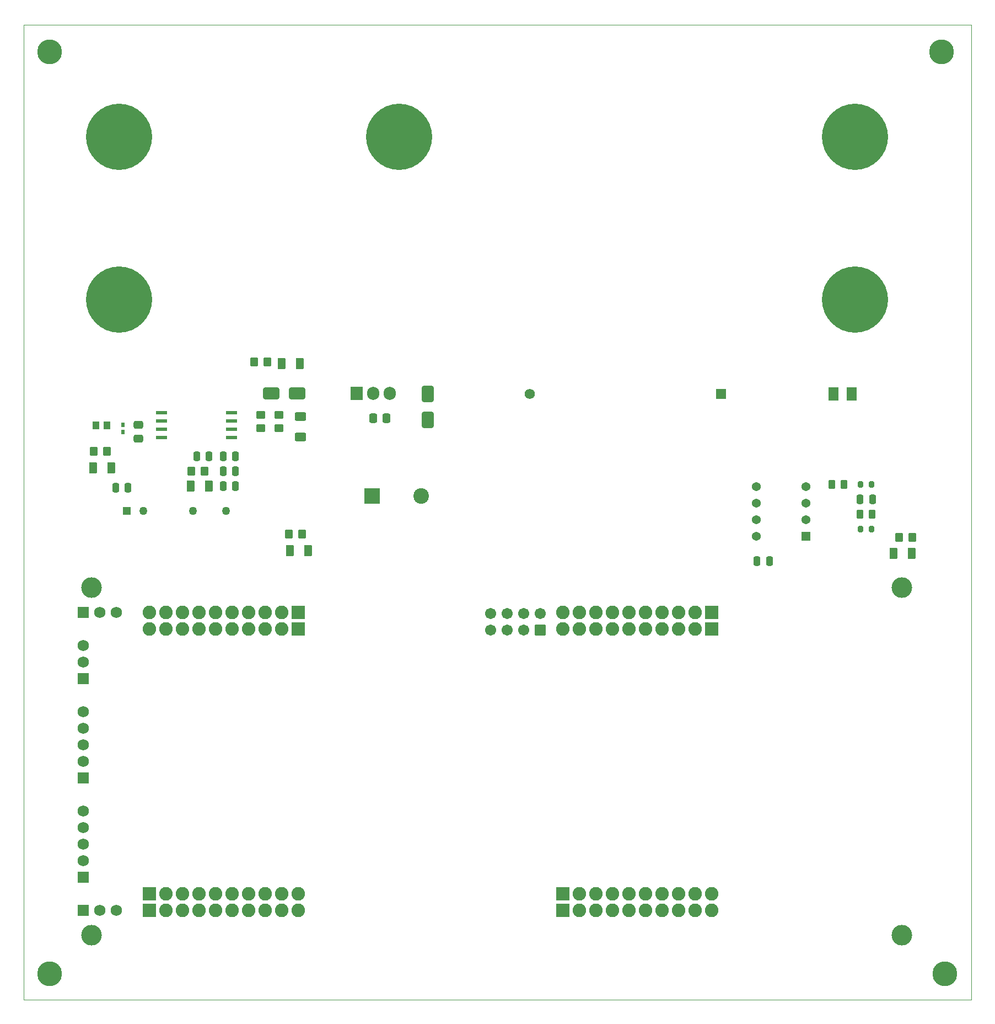
<source format=gbr>
%TF.GenerationSoftware,KiCad,Pcbnew,8.0.7*%
%TF.CreationDate,2025-03-06T08:49:03-05:00*%
%TF.ProjectId,BuckConverter,4275636b-436f-46e7-9665-727465722e6b,rev?*%
%TF.SameCoordinates,Original*%
%TF.FileFunction,Soldermask,Top*%
%TF.FilePolarity,Negative*%
%FSLAX46Y46*%
G04 Gerber Fmt 4.6, Leading zero omitted, Abs format (unit mm)*
G04 Created by KiCad (PCBNEW 8.0.7) date 2025-03-06 08:49:03*
%MOMM*%
%LPD*%
G01*
G04 APERTURE LIST*
G04 Aperture macros list*
%AMRoundRect*
0 Rectangle with rounded corners*
0 $1 Rounding radius*
0 $2 $3 $4 $5 $6 $7 $8 $9 X,Y pos of 4 corners*
0 Add a 4 corners polygon primitive as box body*
4,1,4,$2,$3,$4,$5,$6,$7,$8,$9,$2,$3,0*
0 Add four circle primitives for the rounded corners*
1,1,$1+$1,$2,$3*
1,1,$1+$1,$4,$5*
1,1,$1+$1,$6,$7*
1,1,$1+$1,$8,$9*
0 Add four rect primitives between the rounded corners*
20,1,$1+$1,$2,$3,$4,$5,0*
20,1,$1+$1,$4,$5,$6,$7,0*
20,1,$1+$1,$6,$7,$8,$9,0*
20,1,$1+$1,$8,$9,$2,$3,0*%
G04 Aperture macros list end*
%ADD10RoundRect,0.250000X-0.350000X-0.450000X0.350000X-0.450000X0.350000X0.450000X-0.350000X0.450000X0*%
%ADD11C,3.800000*%
%ADD12RoundRect,0.250000X0.262500X0.450000X-0.262500X0.450000X-0.262500X-0.450000X0.262500X-0.450000X0*%
%ADD13RoundRect,0.250000X0.450000X-0.350000X0.450000X0.350000X-0.450000X0.350000X-0.450000X-0.350000X0*%
%ADD14R,2.400000X2.400000*%
%ADD15C,2.400000*%
%ADD16RoundRect,0.250000X-0.375000X-0.625000X0.375000X-0.625000X0.375000X0.625000X-0.375000X0.625000X0*%
%ADD17RoundRect,0.250000X-0.250000X-0.475000X0.250000X-0.475000X0.250000X0.475000X-0.250000X0.475000X0*%
%ADD18R,1.574800X1.574800*%
%ADD19C,1.574800*%
%ADD20C,10.160000*%
%ADD21R,0.609600X0.762000*%
%ADD22RoundRect,0.250000X-0.625000X0.400000X-0.625000X-0.400000X0.625000X-0.400000X0.625000X0.400000X0*%
%ADD23RoundRect,0.250000X0.375000X0.625000X-0.375000X0.625000X-0.375000X-0.625000X0.375000X-0.625000X0*%
%ADD24RoundRect,0.102000X-0.685000X-0.955000X0.685000X-0.955000X0.685000X0.955000X-0.685000X0.955000X0*%
%ADD25C,3.175000*%
%ADD26RoundRect,0.102000X0.939800X0.939800X-0.939800X0.939800X-0.939800X-0.939800X0.939800X-0.939800X0*%
%ADD27C,2.083600*%
%ADD28RoundRect,0.102000X0.762000X0.762000X-0.762000X0.762000X-0.762000X-0.762000X0.762000X-0.762000X0*%
%ADD29C,1.728000*%
%ADD30RoundRect,0.102000X0.750000X0.750000X-0.750000X0.750000X-0.750000X-0.750000X0.750000X-0.750000X0*%
%ADD31C,1.704000*%
%ADD32RoundRect,0.200000X-0.200000X-0.275000X0.200000X-0.275000X0.200000X0.275000X-0.200000X0.275000X0*%
%ADD33RoundRect,0.250000X-0.650000X1.000000X-0.650000X-1.000000X0.650000X-1.000000X0.650000X1.000000X0*%
%ADD34R,1.701800X0.558800*%
%ADD35RoundRect,0.250000X0.350000X0.450000X-0.350000X0.450000X-0.350000X-0.450000X0.350000X-0.450000X0*%
%ADD36RoundRect,0.250000X-0.475000X0.337500X-0.475000X-0.337500X0.475000X-0.337500X0.475000X0.337500X0*%
%ADD37R,1.371600X1.371600*%
%ADD38C,1.371600*%
%ADD39R,1.270000X1.270000*%
%ADD40C,1.270000*%
%ADD41RoundRect,0.250000X0.250000X0.475000X-0.250000X0.475000X-0.250000X-0.475000X0.250000X-0.475000X0*%
%ADD42RoundRect,0.250000X-0.337500X-0.475000X0.337500X-0.475000X0.337500X0.475000X-0.337500X0.475000X0*%
%ADD43RoundRect,0.250000X-1.000000X-0.650000X1.000000X-0.650000X1.000000X0.650000X-1.000000X0.650000X0*%
%ADD44R,1.905000X2.000000*%
%ADD45O,1.905000X2.000000*%
%ADD46R,1.016000X1.193800*%
%TA.AperFunction,Profile*%
%ADD47C,0.050000*%
%TD*%
G04 APERTURE END LIST*
D10*
%TO.C,R6*%
X58762000Y-113518000D03*
X60762000Y-113518000D03*
%TD*%
D11*
%TO.C,REF\u002A\u002A*%
X159500000Y-181000000D03*
%TD*%
D12*
%TO.C,R4*%
X143986500Y-105898000D03*
X142161500Y-105898000D03*
%TD*%
D13*
%TO.C,R10*%
X57222000Y-97246000D03*
X57222000Y-95246000D03*
%TD*%
D14*
%TO.C,C3*%
X71524220Y-107676000D03*
D15*
X79024220Y-107676000D03*
%TD*%
D16*
%TO.C,D3*%
X58870000Y-116058000D03*
X61670000Y-116058000D03*
%TD*%
D17*
%TO.C,C10*%
X48652000Y-101580000D03*
X50552000Y-101580000D03*
%TD*%
D11*
%TO.C,REF\u002A\u002A*%
X22000000Y-39500000D03*
%TD*%
D18*
%TO.C,L1*%
X125120400Y-91948000D03*
D19*
X95758000Y-91948000D03*
%TD*%
D20*
%TO.C,J4*%
X32660000Y-77534000D03*
%TD*%
D17*
%TO.C,C12*%
X48652000Y-106152000D03*
X50552000Y-106152000D03*
%TD*%
D20*
%TO.C,J2*%
X145660000Y-77534000D03*
%TD*%
D11*
%TO.C,REF\u002A\u002A*%
X159000000Y-39500000D03*
%TD*%
D21*
%TO.C,C9*%
X33274000Y-96748600D03*
X33274000Y-97815400D03*
%TD*%
D12*
%TO.C,R1*%
X148304500Y-110470000D03*
X146479500Y-110470000D03*
%TD*%
D22*
%TO.C,R12*%
X60524000Y-95458000D03*
X60524000Y-98558000D03*
%TD*%
D17*
%TO.C,C2*%
X130622000Y-117602000D03*
X132522000Y-117602000D03*
%TD*%
D23*
%TO.C,D4*%
X154380000Y-116464000D03*
X151580000Y-116464000D03*
%TD*%
D20*
%TO.C,J3*%
X145660000Y-52534000D03*
%TD*%
D24*
%TO.C,C5*%
X142343000Y-91948000D03*
X145185000Y-91948000D03*
%TD*%
D20*
%TO.C,J1*%
X32660000Y-52534000D03*
%TD*%
D25*
%TO.C,U2*%
X152908000Y-175006000D03*
X152908000Y-121666000D03*
X28448000Y-175006000D03*
X28448000Y-121666000D03*
D26*
X123698000Y-125476000D03*
D27*
X121158000Y-125476000D03*
X118618000Y-125476000D03*
X116078000Y-125476000D03*
X113538000Y-125476000D03*
X110998000Y-125476000D03*
X108458000Y-125476000D03*
X105918000Y-125476000D03*
X103378000Y-125476000D03*
X100838000Y-125476000D03*
D26*
X100838000Y-171196000D03*
D27*
X103378000Y-171196000D03*
X105918000Y-171196000D03*
X108458000Y-171196000D03*
X110998000Y-171196000D03*
X113538000Y-171196000D03*
X116078000Y-171196000D03*
X118618000Y-171196000D03*
X121158000Y-171196000D03*
X123698000Y-171196000D03*
D26*
X123698000Y-128016000D03*
D27*
X121158000Y-128016000D03*
X118618000Y-128016000D03*
X116078000Y-128016000D03*
X113538000Y-128016000D03*
X110998000Y-128016000D03*
X108458000Y-128016000D03*
X105918000Y-128016000D03*
X103378000Y-128016000D03*
X100838000Y-128016000D03*
D26*
X100838000Y-168656000D03*
D27*
X103378000Y-168656000D03*
X105918000Y-168656000D03*
X108458000Y-168656000D03*
X110998000Y-168656000D03*
X113538000Y-168656000D03*
X116078000Y-168656000D03*
X118618000Y-168656000D03*
X121158000Y-168656000D03*
X123698000Y-168656000D03*
D26*
X60198000Y-125476000D03*
D27*
X57658000Y-125476000D03*
X55118000Y-125476000D03*
X52578000Y-125476000D03*
X50038000Y-125476000D03*
X47498000Y-125476000D03*
X44958000Y-125476000D03*
X42418000Y-125476000D03*
X39878000Y-125476000D03*
X37338000Y-125476000D03*
D26*
X37338000Y-171196000D03*
D27*
X39878000Y-171196000D03*
X42418000Y-171196000D03*
X44958000Y-171196000D03*
X47498000Y-171196000D03*
X50038000Y-171196000D03*
X52578000Y-171196000D03*
X55118000Y-171196000D03*
X57658000Y-171196000D03*
X60198000Y-171196000D03*
D26*
X60198000Y-128016000D03*
D27*
X57658000Y-128016000D03*
X55118000Y-128016000D03*
X52578000Y-128016000D03*
X50038000Y-128016000D03*
X47498000Y-128016000D03*
X44958000Y-128016000D03*
X42418000Y-128016000D03*
X39878000Y-128016000D03*
X37338000Y-128016000D03*
D26*
X37338000Y-168656000D03*
D27*
X39878000Y-168656000D03*
X42418000Y-168656000D03*
X44958000Y-168656000D03*
X47498000Y-168656000D03*
X50038000Y-168656000D03*
X52578000Y-168656000D03*
X55118000Y-168656000D03*
X57658000Y-168656000D03*
X60198000Y-168656000D03*
D28*
X27178000Y-171196000D03*
D29*
X29718000Y-171196000D03*
X32258000Y-171196000D03*
D28*
X27178000Y-135636000D03*
D29*
X27178000Y-133096000D03*
X27178000Y-130556000D03*
D28*
X27178000Y-166116000D03*
D29*
X27178000Y-163576000D03*
X27178000Y-161036000D03*
X27178000Y-158496000D03*
X27178000Y-155956000D03*
D28*
X27178000Y-150876000D03*
D29*
X27178000Y-148336000D03*
X27178000Y-145796000D03*
X27178000Y-143256000D03*
X27178000Y-140716000D03*
D28*
X27178000Y-125476000D03*
D29*
X29718000Y-125476000D03*
X32258000Y-125476000D03*
D30*
X97354000Y-128250000D03*
D31*
X97354000Y-125710000D03*
X94814000Y-128250000D03*
X94814000Y-125710000D03*
X92274000Y-128250000D03*
X92274000Y-125710000D03*
X89734000Y-128250000D03*
X89734000Y-125710000D03*
%TD*%
D32*
%TO.C,R2*%
X146567000Y-112756000D03*
X148217000Y-112756000D03*
%TD*%
D10*
%TO.C,R8*%
X28790000Y-100818000D03*
X30790000Y-100818000D03*
%TD*%
D17*
%TO.C,C11*%
X48652000Y-103866000D03*
X50552000Y-103866000D03*
%TD*%
D33*
%TO.C,D1*%
X80082000Y-91960000D03*
X80082000Y-95960000D03*
%TD*%
D13*
%TO.C,R11*%
X54428000Y-97246000D03*
X54428000Y-95246000D03*
%TD*%
D34*
%TO.C,U3*%
X39137200Y-94849000D03*
X39137200Y-96119000D03*
X39137200Y-97389000D03*
X39137200Y-98659000D03*
X49906800Y-98659000D03*
X49906800Y-97389000D03*
X49906800Y-96119000D03*
X49906800Y-94849000D03*
%TD*%
D35*
%TO.C,R7*%
X154488000Y-114026000D03*
X152488000Y-114026000D03*
%TD*%
D36*
%TO.C,C8*%
X35632000Y-96732500D03*
X35632000Y-98807500D03*
%TD*%
D35*
%TO.C,R13*%
X55428000Y-87102000D03*
X53428000Y-87102000D03*
%TD*%
D16*
%TO.C,D7*%
X57600000Y-87356000D03*
X60400000Y-87356000D03*
%TD*%
D37*
%TO.C,U1*%
X138176000Y-113792000D03*
D38*
X138176000Y-111252000D03*
X138176000Y-108712000D03*
X138176000Y-106172000D03*
X130556000Y-106172000D03*
X130556000Y-108712000D03*
X130556000Y-111252000D03*
X130556000Y-113792000D03*
%TD*%
D16*
%TO.C,D5*%
X28644000Y-103358000D03*
X31444000Y-103358000D03*
%TD*%
D39*
%TO.C,U4*%
X33824000Y-109919000D03*
D40*
X36364000Y-109919000D03*
X43984000Y-109919000D03*
X49064000Y-109919000D03*
%TD*%
D41*
%TO.C,C7*%
X46488000Y-101580000D03*
X44588000Y-101580000D03*
%TD*%
D23*
%TO.C,D2*%
X46430000Y-106152000D03*
X43630000Y-106152000D03*
%TD*%
D17*
%TO.C,C6*%
X32142000Y-106406000D03*
X34042000Y-106406000D03*
%TD*%
D11*
%TO.C,REF\u002A\u002A*%
X22000000Y-181000000D03*
%TD*%
D17*
%TO.C,C1*%
X146479500Y-108184000D03*
X148379500Y-108184000D03*
%TD*%
D42*
%TO.C,C4*%
X71657000Y-95738000D03*
X73732000Y-95738000D03*
%TD*%
D35*
%TO.C,R5*%
X45776000Y-103866000D03*
X43776000Y-103866000D03*
%TD*%
D43*
%TO.C,D6*%
X55984000Y-91928000D03*
X59984000Y-91928000D03*
%TD*%
D44*
%TO.C,Q1*%
X69160000Y-91928000D03*
D45*
X71700000Y-91928000D03*
X74240000Y-91928000D03*
%TD*%
D46*
%TO.C,R9*%
X29121100Y-96774000D03*
X30822900Y-96774000D03*
%TD*%
D20*
%TO.C,J5*%
X75660000Y-52534000D03*
%TD*%
D32*
%TO.C,R3*%
X146567000Y-105898000D03*
X148217000Y-105898000D03*
%TD*%
D47*
X18034000Y-35306000D02*
X163576000Y-35306000D01*
X163576000Y-184912000D01*
X18034000Y-184912000D01*
X18034000Y-35306000D01*
M02*

</source>
